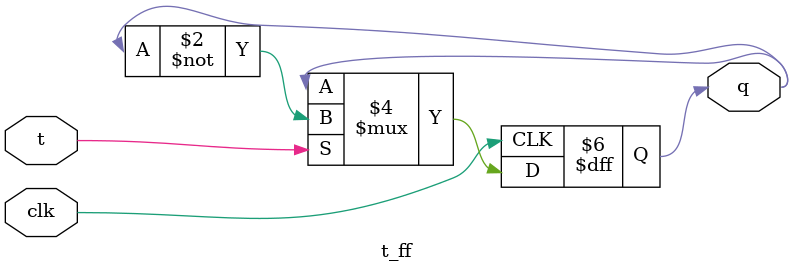
<source format=v>
module t_ff(clk,t,q);
input clk,t;
output q;
reg q;
always@ (posedge clk)
begin
if (t)
  q<=~q;
else q<=q;
end
endmodule
</source>
